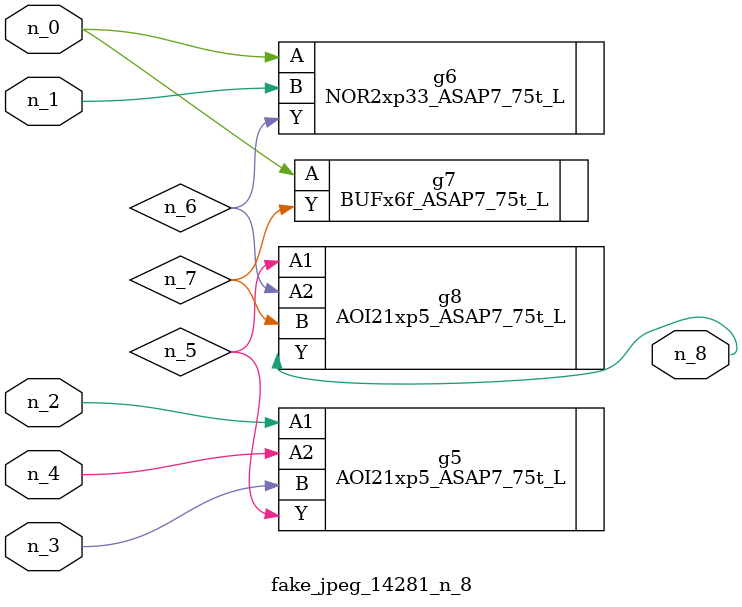
<source format=v>
module fake_jpeg_14281_n_8 (n_3, n_2, n_1, n_0, n_4, n_8);

input n_3;
input n_2;
input n_1;
input n_0;
input n_4;

output n_8;

wire n_6;
wire n_5;
wire n_7;

AOI21xp5_ASAP7_75t_L g5 ( 
.A1(n_2),
.A2(n_4),
.B(n_3),
.Y(n_5)
);

NOR2xp33_ASAP7_75t_L g6 ( 
.A(n_0),
.B(n_1),
.Y(n_6)
);

BUFx6f_ASAP7_75t_L g7 ( 
.A(n_0),
.Y(n_7)
);

AOI21xp5_ASAP7_75t_L g8 ( 
.A1(n_5),
.A2(n_6),
.B(n_7),
.Y(n_8)
);


endmodule
</source>
